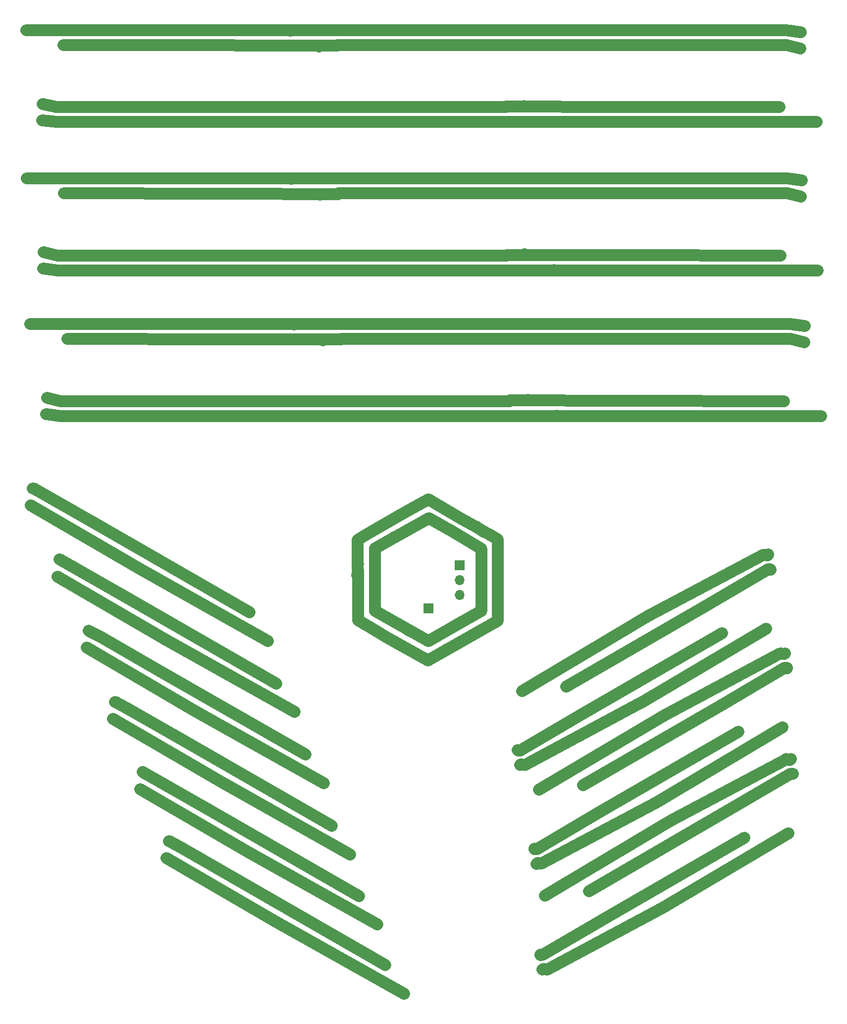
<source format=gbr>
G04 #@! TF.FileFunction,Copper,L2,Bot,Signal*
%FSLAX46Y46*%
G04 Gerber Fmt 4.6, Leading zero omitted, Abs format (unit mm)*
G04 Created by KiCad (PCBNEW 4.0.7) date 10/22/17 14:17:41*
%MOMM*%
%LPD*%
G01*
G04 APERTURE LIST*
%ADD10C,0.100000*%
%ADD11R,1.700000X1.700000*%
%ADD12O,1.700000X1.700000*%
%ADD13C,0.600000*%
%ADD14C,2.000000*%
%ADD15C,0.250000*%
%ADD16C,1.000000*%
%ADD17C,0.500000*%
G04 APERTURE END LIST*
D10*
D11*
X95275400Y-117856000D03*
D12*
X95275400Y-120396000D03*
X95275400Y-122936000D03*
D11*
X89941400Y-125158500D03*
D13*
X93190271Y-132161707D03*
X93179900Y-132143500D03*
X150495000Y-145503900D03*
X108531565Y-168715871D03*
X128651000Y-158330900D03*
X130606800Y-143370300D03*
X150726235Y-132985329D03*
X108762800Y-156197300D03*
X109778800Y-174282100D03*
X151742235Y-151070129D03*
X131622800Y-161455100D03*
X129667000Y-176415700D03*
X109547565Y-186800671D03*
X151511000Y-163588700D03*
X147650200Y-128638300D03*
X105686765Y-151850271D03*
X125806200Y-141465300D03*
X45173900Y-167881300D03*
X63779400Y-178739800D03*
X85750400Y-191058800D03*
X81229200Y-179247800D03*
X59258200Y-166928800D03*
X40652700Y-156070300D03*
X35979100Y-144081500D03*
X54584600Y-154940000D03*
X76555600Y-167259000D03*
X72059800Y-155092400D03*
X50088800Y-142773400D03*
X31483300Y-131914900D03*
X26504900Y-119748300D03*
X45110400Y-130606800D03*
X67081400Y-142925800D03*
X153682700Y-52057300D03*
X106946700Y-51485800D03*
X66433700Y-51803300D03*
X73990200Y-51739800D03*
X135585200Y-51739800D03*
X76276200Y-51739800D03*
X21285200Y-51739800D03*
X46685200Y-51739800D03*
X131089400Y-67462400D03*
X156489400Y-67462400D03*
X101498400Y-67462400D03*
X42189400Y-67462400D03*
X103784400Y-67462400D03*
X111340900Y-67398900D03*
X70827900Y-67716400D03*
X24091900Y-67144900D03*
X154216100Y-76898500D03*
X107480100Y-76327000D03*
X66967100Y-76644500D03*
X74523600Y-76581000D03*
X136118600Y-76581000D03*
X76809600Y-76581000D03*
X21818600Y-76581000D03*
X47218600Y-76581000D03*
X131622800Y-92303600D03*
X157022800Y-92303600D03*
X102031800Y-92303600D03*
X42722800Y-92303600D03*
X104317800Y-92303600D03*
X111874300Y-92240100D03*
X71361300Y-92557600D03*
X24625300Y-91986100D03*
X23939500Y-41770300D03*
X70675500Y-42341800D03*
X111188500Y-42024300D03*
X103632000Y-42087800D03*
X42037000Y-42087800D03*
X101346000Y-42087800D03*
X156337000Y-42087800D03*
X130937000Y-42087800D03*
X62509400Y-130759200D03*
X40538400Y-118440200D03*
X21932900Y-107581700D03*
X46532800Y-26365200D03*
X21132800Y-26365200D03*
X76123800Y-26365200D03*
X135432800Y-26365200D03*
X73837800Y-26365200D03*
X66281300Y-26428700D03*
X106794300Y-26111200D03*
X153530300Y-26682700D03*
X79209900Y-112839500D03*
X99212400Y-112077500D03*
X77876400Y-117602000D03*
X86575900Y-108458000D03*
X98132900Y-111252000D03*
X81178400Y-129159000D03*
X100672900Y-112776000D03*
X127762000Y-126504700D03*
X147881435Y-116119729D03*
X105918000Y-139331700D03*
X119062500Y-160108900D03*
X142938500Y-146265900D03*
X108435473Y-166319005D03*
X150822327Y-135382195D03*
X116319300Y-155435300D03*
X140195300Y-141592300D03*
X141211300Y-159677100D03*
X117335300Y-173520100D03*
X151838327Y-153466995D03*
X109451473Y-184403805D03*
X143954500Y-164350700D03*
X120078500Y-178193700D03*
X116217700Y-143243300D03*
X140093700Y-129400300D03*
X105590673Y-149453405D03*
X45554900Y-164960300D03*
X57492900Y-171627800D03*
X82575400Y-186169300D03*
X78054200Y-174358300D03*
X52971700Y-159816800D03*
X41033700Y-153149300D03*
X36360100Y-141160500D03*
X48298100Y-147828000D03*
X73380600Y-162369500D03*
X68884800Y-150202900D03*
X43802300Y-135661400D03*
X31864300Y-128993900D03*
X26885900Y-116827300D03*
X38823900Y-123494800D03*
X63906400Y-138036300D03*
X153619200Y-54851300D03*
X115709700Y-54470300D03*
X87515700Y-54343300D03*
X58559700Y-54406800D03*
X74498200Y-54279800D03*
X71386580Y-54518174D03*
X145491200Y-54279800D03*
X27635200Y-54279800D03*
X150139400Y-64922400D03*
X32283400Y-64922400D03*
X106388020Y-64684026D03*
X103276400Y-64922400D03*
X119214900Y-64795400D03*
X90258900Y-64858900D03*
X62064900Y-64731900D03*
X24155400Y-64350900D03*
X154152600Y-79692500D03*
X116243100Y-79311500D03*
X88049100Y-79184500D03*
X59093100Y-79248000D03*
X75031600Y-79121000D03*
X71919980Y-79359374D03*
X146024600Y-79121000D03*
X28168600Y-79121000D03*
X150672800Y-89763600D03*
X32816800Y-89763600D03*
X106921420Y-89525226D03*
X103809800Y-89763600D03*
X119748300Y-89636600D03*
X90792300Y-89700100D03*
X62598300Y-89573100D03*
X24688800Y-89192100D03*
X24003000Y-38976300D03*
X61912500Y-39357300D03*
X90106500Y-39484300D03*
X119062500Y-39420800D03*
X103124000Y-39547800D03*
X106235620Y-39309426D03*
X32131000Y-39547800D03*
X149987000Y-39547800D03*
X59334400Y-125869700D03*
X34251900Y-111328200D03*
X22313900Y-104660700D03*
X27482800Y-28905200D03*
X145338800Y-28905200D03*
X71234180Y-29143574D03*
X74345800Y-28905200D03*
X58407300Y-29032200D03*
X87363300Y-28968700D03*
X115557300Y-29095700D03*
X153466800Y-29476700D03*
X80797400Y-121729500D03*
X84099400Y-113030000D03*
X93370400Y-111633000D03*
X95656400Y-127508000D03*
X99021900Y-120396000D03*
X98958400Y-121856500D03*
X98958400Y-118872000D03*
X86575900Y-128841500D03*
X147977527Y-118516595D03*
X113474500Y-138569700D03*
X137350500Y-124726700D03*
D14*
X93179900Y-132143500D02*
X93190271Y-132161707D01*
X129330204Y-158091284D02*
X150495000Y-145503900D01*
X128701889Y-158426332D02*
X129330204Y-158091284D01*
X109257809Y-168794855D02*
X128701889Y-158426332D01*
X109203526Y-168825406D02*
X109257809Y-168794855D01*
D15*
X129286000Y-158013400D02*
X129330204Y-158091284D01*
D14*
X108531326Y-168715845D02*
X108402871Y-168844300D01*
X108531565Y-168715871D02*
X108531326Y-168715845D01*
X109257809Y-168794855D02*
X108531565Y-168715871D01*
X108531565Y-168715871D02*
X109257809Y-168794855D01*
D16*
X128701889Y-158381789D02*
X128701889Y-158426332D01*
X128651000Y-158330900D02*
X128701889Y-158381789D01*
X130606800Y-143370300D02*
X130555911Y-143319411D01*
X130555911Y-143319411D02*
X130555911Y-143274868D01*
D14*
X150726235Y-132985329D02*
X149999991Y-132906345D01*
X149999991Y-132906345D02*
X150726235Y-132985329D01*
X150726235Y-132985329D02*
X150726474Y-132985355D01*
X150726474Y-132985355D02*
X150854929Y-132856900D01*
D15*
X129971800Y-143687800D02*
X129927596Y-143609916D01*
D14*
X150054274Y-132875794D02*
X149999991Y-132906345D01*
X149999991Y-132906345D02*
X130555911Y-143274868D01*
X130555911Y-143274868D02*
X129927596Y-143609916D01*
X129927596Y-143609916D02*
X108762800Y-156197300D01*
X130943596Y-161694716D02*
X109778800Y-174282100D01*
X131571911Y-161359668D02*
X130943596Y-161694716D01*
X151015991Y-150991145D02*
X131571911Y-161359668D01*
X151070274Y-150960594D02*
X151015991Y-150991145D01*
D15*
X130987800Y-161772600D02*
X130943596Y-161694716D01*
D14*
X151742474Y-151070155D02*
X151870929Y-150941700D01*
X151742235Y-151070129D02*
X151742474Y-151070155D01*
X151015991Y-150991145D02*
X151742235Y-151070129D01*
X151742235Y-151070129D02*
X151015991Y-150991145D01*
D16*
X131571911Y-161404211D02*
X131571911Y-161359668D01*
X131622800Y-161455100D02*
X131571911Y-161404211D01*
X129667000Y-176415700D02*
X129717889Y-176466589D01*
X129717889Y-176466589D02*
X129717889Y-176511132D01*
D14*
X109547565Y-186800671D02*
X110273809Y-186879655D01*
X110273809Y-186879655D02*
X109547565Y-186800671D01*
X109547565Y-186800671D02*
X109547326Y-186800645D01*
X109547326Y-186800645D02*
X109418871Y-186929100D01*
D15*
X130302000Y-176098200D02*
X130346204Y-176176084D01*
D14*
X110219526Y-186910206D02*
X110273809Y-186879655D01*
X110273809Y-186879655D02*
X129717889Y-176511132D01*
X129717889Y-176511132D02*
X130346204Y-176176084D01*
X130346204Y-176176084D02*
X151511000Y-163588700D01*
X126485404Y-141225684D02*
X147650200Y-128638300D01*
X125857089Y-141560732D02*
X126485404Y-141225684D01*
X106413009Y-151929255D02*
X125857089Y-141560732D01*
X106358726Y-151959806D02*
X106413009Y-151929255D01*
D15*
X126441200Y-141147800D02*
X126485404Y-141225684D01*
D14*
X105686526Y-151850245D02*
X105558071Y-151978700D01*
X105686765Y-151850271D02*
X105686526Y-151850245D01*
X106413009Y-151929255D02*
X105686765Y-151850271D01*
X105686765Y-151850271D02*
X106413009Y-151929255D01*
D16*
X125857089Y-141516189D02*
X125857089Y-141560732D01*
X125806200Y-141465300D02*
X125857089Y-141516189D01*
D14*
X63779400Y-178739800D02*
X45173900Y-167881300D01*
X63779400Y-178739800D02*
X85750400Y-191058800D01*
X59258200Y-166928800D02*
X81229200Y-179247800D01*
X59258200Y-166928800D02*
X40652700Y-156070300D01*
X54584600Y-154940000D02*
X35979100Y-144081500D01*
X54584600Y-154940000D02*
X76555600Y-167259000D01*
X50088800Y-142773400D02*
X72059800Y-155092400D01*
X50088800Y-142773400D02*
X31483300Y-131914900D01*
X45110400Y-130606800D02*
X26504900Y-119748300D01*
X45110400Y-130606800D02*
X67081400Y-142925800D01*
D16*
X106946700Y-51485800D02*
X106946700Y-51739800D01*
D14*
X66433700Y-51803300D02*
X66433700Y-51739800D01*
X66433700Y-51739800D02*
X66433700Y-51803300D01*
X138125200Y-51739800D02*
X135585200Y-51739800D01*
X138125200Y-51739800D02*
X151206200Y-51739800D01*
X151206200Y-51739800D02*
X153682700Y-52057300D01*
X153682700Y-52057300D02*
X153746200Y-52057300D01*
X153746200Y-52057300D02*
X153746200Y-52057300D01*
X135585200Y-51739800D02*
X110185200Y-51739800D01*
X69545200Y-51739800D02*
X66433700Y-51739800D01*
X66433700Y-51739800D02*
X46685200Y-51739800D01*
X73990200Y-51739800D02*
X69545200Y-51739800D01*
X22555200Y-51739800D02*
X21285200Y-51739800D01*
X46685200Y-51739800D02*
X22555200Y-51739800D01*
X110185200Y-51739800D02*
X106946700Y-51739800D01*
X106946700Y-51739800D02*
X76276200Y-51739800D01*
X76276200Y-51739800D02*
X73990200Y-51739800D01*
X101498400Y-67462400D02*
X103784400Y-67462400D01*
X70827900Y-67462400D02*
X101498400Y-67462400D01*
X67589400Y-67462400D02*
X70827900Y-67462400D01*
X131089400Y-67462400D02*
X155219400Y-67462400D01*
X155219400Y-67462400D02*
X156489400Y-67462400D01*
X103784400Y-67462400D02*
X108229400Y-67462400D01*
X111340900Y-67462400D02*
X131089400Y-67462400D01*
X108229400Y-67462400D02*
X111340900Y-67462400D01*
X42189400Y-67462400D02*
X67589400Y-67462400D01*
X24028400Y-67144900D02*
X24028400Y-67144900D01*
X24091900Y-67144900D02*
X24028400Y-67144900D01*
X26568400Y-67462400D02*
X24091900Y-67144900D01*
X39649400Y-67462400D02*
X26568400Y-67462400D01*
X39649400Y-67462400D02*
X42189400Y-67462400D01*
X111340900Y-67462400D02*
X111340900Y-67398900D01*
X111340900Y-67398900D02*
X111340900Y-67462400D01*
D16*
X70827900Y-67716400D02*
X70827900Y-67462400D01*
X107480100Y-76327000D02*
X107480100Y-76581000D01*
D14*
X66967100Y-76644500D02*
X66967100Y-76581000D01*
X66967100Y-76581000D02*
X66967100Y-76644500D01*
X138658600Y-76581000D02*
X136118600Y-76581000D01*
X138658600Y-76581000D02*
X151739600Y-76581000D01*
X151739600Y-76581000D02*
X154216100Y-76898500D01*
X154216100Y-76898500D02*
X154279600Y-76898500D01*
X154279600Y-76898500D02*
X154279600Y-76898500D01*
X136118600Y-76581000D02*
X110718600Y-76581000D01*
X70078600Y-76581000D02*
X66967100Y-76581000D01*
X66967100Y-76581000D02*
X47218600Y-76581000D01*
X74523600Y-76581000D02*
X70078600Y-76581000D01*
X23088600Y-76581000D02*
X21818600Y-76581000D01*
X47218600Y-76581000D02*
X23088600Y-76581000D01*
X110718600Y-76581000D02*
X107480100Y-76581000D01*
X107480100Y-76581000D02*
X76809600Y-76581000D01*
X76809600Y-76581000D02*
X74523600Y-76581000D01*
X102031800Y-92303600D02*
X104317800Y-92303600D01*
X71361300Y-92303600D02*
X102031800Y-92303600D01*
X68122800Y-92303600D02*
X71361300Y-92303600D01*
X131622800Y-92303600D02*
X155752800Y-92303600D01*
X155752800Y-92303600D02*
X157022800Y-92303600D01*
X104317800Y-92303600D02*
X108762800Y-92303600D01*
X111874300Y-92303600D02*
X131622800Y-92303600D01*
X108762800Y-92303600D02*
X111874300Y-92303600D01*
X42722800Y-92303600D02*
X68122800Y-92303600D01*
X24561800Y-91986100D02*
X24561800Y-91986100D01*
X24625300Y-91986100D02*
X24561800Y-91986100D01*
X27101800Y-92303600D02*
X24625300Y-91986100D01*
X40182800Y-92303600D02*
X27101800Y-92303600D01*
X40182800Y-92303600D02*
X42722800Y-92303600D01*
X111874300Y-92303600D02*
X111874300Y-92240100D01*
X111874300Y-92240100D02*
X111874300Y-92303600D01*
D16*
X71361300Y-92557600D02*
X71361300Y-92303600D01*
X70675500Y-42341800D02*
X70675500Y-42087800D01*
D14*
X111188500Y-42024300D02*
X111188500Y-42087800D01*
X111188500Y-42087800D02*
X111188500Y-42024300D01*
X39497000Y-42087800D02*
X42037000Y-42087800D01*
X39497000Y-42087800D02*
X26416000Y-42087800D01*
X26416000Y-42087800D02*
X23939500Y-41770300D01*
X23939500Y-41770300D02*
X23876000Y-41770300D01*
X23876000Y-41770300D02*
X23876000Y-41770300D01*
X42037000Y-42087800D02*
X67437000Y-42087800D01*
X108077000Y-42087800D02*
X111188500Y-42087800D01*
X111188500Y-42087800D02*
X130937000Y-42087800D01*
X103632000Y-42087800D02*
X108077000Y-42087800D01*
X155067000Y-42087800D02*
X156337000Y-42087800D01*
X130937000Y-42087800D02*
X155067000Y-42087800D01*
X67437000Y-42087800D02*
X70675500Y-42087800D01*
X70675500Y-42087800D02*
X101346000Y-42087800D01*
X101346000Y-42087800D02*
X103632000Y-42087800D01*
X40538400Y-118440200D02*
X62509400Y-130759200D01*
X40538400Y-118440200D02*
X21932900Y-107581700D01*
X76123800Y-26365200D02*
X73837800Y-26365200D01*
X106794300Y-26365200D02*
X76123800Y-26365200D01*
X110032800Y-26365200D02*
X106794300Y-26365200D01*
X46532800Y-26365200D02*
X22402800Y-26365200D01*
X22402800Y-26365200D02*
X21132800Y-26365200D01*
X73837800Y-26365200D02*
X69392800Y-26365200D01*
X66281300Y-26365200D02*
X46532800Y-26365200D01*
X69392800Y-26365200D02*
X66281300Y-26365200D01*
X135432800Y-26365200D02*
X110032800Y-26365200D01*
X153593800Y-26682700D02*
X153593800Y-26682700D01*
X153530300Y-26682700D02*
X153593800Y-26682700D01*
X151053800Y-26365200D02*
X153530300Y-26682700D01*
X137972800Y-26365200D02*
X151053800Y-26365200D01*
X137972800Y-26365200D02*
X135432800Y-26365200D01*
X66281300Y-26365200D02*
X66281300Y-26428700D01*
X66281300Y-26428700D02*
X66281300Y-26365200D01*
D16*
X106794300Y-26111200D02*
X106794300Y-26365200D01*
D14*
X97243900Y-110807500D02*
X95529400Y-109832913D01*
X98106353Y-111298619D02*
X97243900Y-110807500D01*
X99276492Y-111964948D02*
X98106353Y-111298619D01*
X100679726Y-112764012D02*
X99276492Y-111964948D01*
X101815900Y-113411000D02*
X100679726Y-112764012D01*
X101752400Y-127317500D02*
X101752400Y-121793000D01*
X94894400Y-131191000D02*
X101752400Y-127317500D01*
X89877900Y-134048500D02*
X94894400Y-131191000D01*
X82575400Y-130048000D02*
X89877900Y-134048500D01*
X81160876Y-129187816D02*
X82575400Y-130048000D01*
X77876400Y-127190500D02*
X81160876Y-129187816D01*
X77876400Y-119507000D02*
X77876400Y-127190500D01*
X79209900Y-112633125D02*
X77812900Y-113474500D01*
X85178900Y-109220000D02*
X79209900Y-112633125D01*
X86567237Y-108442531D02*
X85178900Y-109220000D01*
X89941400Y-106553000D02*
X86567237Y-108442531D01*
X95529400Y-109832913D02*
X89941400Y-106553000D01*
X77856343Y-117601585D02*
X77876400Y-119507000D01*
X77812900Y-113474500D02*
X77856343Y-117601585D01*
D17*
X79209900Y-112633125D02*
X79209900Y-112839500D01*
D14*
X101752400Y-121793000D02*
X101815900Y-113411000D01*
X99212400Y-112077500D02*
X99276492Y-111964948D01*
X77812900Y-119507000D02*
X77876400Y-119507000D01*
X77749400Y-119507000D02*
X77812900Y-119507000D01*
X77812900Y-118999000D02*
X77812900Y-119507000D01*
X77876400Y-117602000D02*
X77856343Y-117601543D01*
X77856343Y-117601543D02*
X77856343Y-117601585D01*
X77812900Y-117602000D02*
X77856343Y-117601543D01*
X86575900Y-108458000D02*
X86567237Y-108442531D01*
X98132900Y-111252000D02*
X98106353Y-111298619D01*
X81160876Y-129187817D02*
X81160876Y-129187816D01*
X81178400Y-129159000D02*
X81160876Y-129187817D01*
X100672900Y-112776000D02*
X100679726Y-112764012D01*
D16*
X127762000Y-126504700D02*
X127711111Y-126453811D01*
X127711111Y-126453811D02*
X127711111Y-126409268D01*
D14*
X147881435Y-116119729D02*
X147155191Y-116040745D01*
X147155191Y-116040745D02*
X147881435Y-116119729D01*
X147881435Y-116119729D02*
X147881674Y-116119755D01*
X147881674Y-116119755D02*
X148010129Y-115991300D01*
D15*
X127127000Y-126822200D02*
X127082796Y-126744316D01*
D14*
X147209474Y-116010194D02*
X147155191Y-116040745D01*
X147155191Y-116040745D02*
X127711111Y-126409268D01*
X127711111Y-126409268D02*
X127082796Y-126744316D01*
X127082796Y-126744316D02*
X105918000Y-139331700D01*
X142938500Y-146265900D02*
X119062500Y-160108900D01*
X108064105Y-166331900D02*
X108013500Y-166281295D01*
X108140500Y-166331900D02*
X108064105Y-166331900D01*
X119062500Y-160108900D02*
X108435473Y-166319005D01*
X108435473Y-166319005D02*
X108140500Y-166331900D01*
X108140500Y-166331900D02*
X108435473Y-166319005D01*
X151117300Y-135369300D02*
X150822327Y-135382195D01*
X150822327Y-135382195D02*
X151117300Y-135369300D01*
X140195300Y-141592300D02*
X150822327Y-135382195D01*
X151117300Y-135369300D02*
X151193695Y-135369300D01*
X151193695Y-135369300D02*
X151244300Y-135419905D01*
X116319300Y-155435300D02*
X140195300Y-141592300D01*
X117335300Y-173520100D02*
X141211300Y-159677100D01*
X152209695Y-153454100D02*
X152260300Y-153504705D01*
X152133300Y-153454100D02*
X152209695Y-153454100D01*
X141211300Y-159677100D02*
X151838327Y-153466995D01*
X151838327Y-153466995D02*
X152133300Y-153454100D01*
X152133300Y-153454100D02*
X151838327Y-153466995D01*
X109156500Y-184416700D02*
X109451473Y-184403805D01*
X109451473Y-184403805D02*
X109156500Y-184416700D01*
X120078500Y-178193700D02*
X109451473Y-184403805D01*
X109156500Y-184416700D02*
X109080105Y-184416700D01*
X109080105Y-184416700D02*
X109029500Y-184366095D01*
X143954500Y-164350700D02*
X120078500Y-178193700D01*
X140093700Y-129400300D02*
X116217700Y-143243300D01*
X105219305Y-149466300D02*
X105168700Y-149415695D01*
X105295700Y-149466300D02*
X105219305Y-149466300D01*
X116217700Y-143243300D02*
X105590673Y-149453405D01*
X105590673Y-149453405D02*
X105295700Y-149466300D01*
X105295700Y-149466300D02*
X105590673Y-149453405D01*
X45647967Y-165016497D02*
X45554900Y-164960300D01*
D15*
X57492900Y-171627800D02*
X57436871Y-171721182D01*
X57436871Y-171721182D02*
X57492900Y-171627800D01*
X57492900Y-171627800D02*
X57281233Y-171627800D01*
D14*
X45554900Y-164960300D02*
X45647967Y-165016497D01*
X45647967Y-165016497D02*
X47650400Y-166103300D01*
X47650400Y-166103300D02*
X57281233Y-171627800D01*
X57281233Y-171627800D02*
X82575400Y-186169300D01*
D15*
X45554900Y-164960300D02*
X45554900Y-164960300D01*
X41033700Y-153149300D02*
X41033700Y-153149300D01*
D14*
X52760033Y-159816800D02*
X78054200Y-174358300D01*
X43129200Y-154292300D02*
X52760033Y-159816800D01*
X41126767Y-153205497D02*
X43129200Y-154292300D01*
X41033700Y-153149300D02*
X41126767Y-153205497D01*
D15*
X52971700Y-159816800D02*
X52760033Y-159816800D01*
X52915671Y-159910182D02*
X52971700Y-159816800D01*
X52971700Y-159816800D02*
X52915671Y-159910182D01*
D14*
X41126767Y-153205497D02*
X41033700Y-153149300D01*
X36453167Y-141216697D02*
X36360100Y-141160500D01*
D15*
X48298100Y-147828000D02*
X48242071Y-147921382D01*
X48242071Y-147921382D02*
X48298100Y-147828000D01*
X48298100Y-147828000D02*
X48086433Y-147828000D01*
D14*
X36360100Y-141160500D02*
X36453167Y-141216697D01*
X36453167Y-141216697D02*
X38455600Y-142303500D01*
X38455600Y-142303500D02*
X48086433Y-147828000D01*
X48086433Y-147828000D02*
X73380600Y-162369500D01*
D15*
X36360100Y-141160500D02*
X36360100Y-141160500D01*
X31864300Y-128993900D02*
X31864300Y-128993900D01*
D14*
X43590633Y-135661400D02*
X68884800Y-150202900D01*
X33959800Y-130136900D02*
X43590633Y-135661400D01*
X31957367Y-129050097D02*
X33959800Y-130136900D01*
X31864300Y-128993900D02*
X31957367Y-129050097D01*
D15*
X43802300Y-135661400D02*
X43590633Y-135661400D01*
X43746271Y-135754782D02*
X43802300Y-135661400D01*
X43802300Y-135661400D02*
X43746271Y-135754782D01*
D14*
X31957367Y-129050097D02*
X31864300Y-128993900D01*
X26978967Y-116883497D02*
X26885900Y-116827300D01*
D15*
X38823900Y-123494800D02*
X38767871Y-123588182D01*
X38767871Y-123588182D02*
X38823900Y-123494800D01*
X38823900Y-123494800D02*
X38612233Y-123494800D01*
D14*
X26885900Y-116827300D02*
X26978967Y-116883497D01*
X26978967Y-116883497D02*
X28981400Y-117970300D01*
X28981400Y-117970300D02*
X38612233Y-123494800D01*
X38612233Y-123494800D02*
X63906400Y-138036300D01*
D15*
X26885900Y-116827300D02*
X26885900Y-116827300D01*
D14*
X151269700Y-54279800D02*
X153619200Y-54851300D01*
D16*
X115709700Y-54470300D02*
X115709700Y-54279800D01*
X87515700Y-54343300D02*
X87515700Y-54279800D01*
X86055200Y-54470300D02*
X86055200Y-54279800D01*
D14*
X117805200Y-54279800D02*
X115709700Y-54279800D01*
X115709700Y-54279800D02*
X87515700Y-54279800D01*
X87515700Y-54279800D02*
X86055200Y-54279800D01*
X86055200Y-54279800D02*
X74498200Y-54279800D01*
D16*
X58559700Y-54406800D02*
X58559830Y-54347174D01*
D14*
X74498200Y-54279800D02*
X74497978Y-54381898D01*
X71387046Y-54375120D02*
X71386580Y-54518174D01*
D16*
X55257700Y-54406800D02*
X55257846Y-54339980D01*
D14*
X151269700Y-54279800D02*
X145491200Y-54279800D01*
X145491200Y-54279800D02*
X145745200Y-54279800D01*
X144475200Y-54279800D02*
X145745200Y-54279800D01*
X27635200Y-54279800D02*
X55257846Y-54339980D01*
X55257846Y-54339980D02*
X58559830Y-54347174D01*
X58559830Y-54347174D02*
X71387046Y-54375120D01*
X71387046Y-54375120D02*
X74497978Y-54381898D01*
X117805200Y-54279800D02*
X144475200Y-54279800D01*
X59969400Y-64922400D02*
X33299400Y-64922400D01*
X106387554Y-64827080D02*
X103276622Y-64820302D01*
X119214770Y-64855026D02*
X106387554Y-64827080D01*
X122516754Y-64862220D02*
X119214770Y-64855026D01*
X150139400Y-64922400D02*
X122516754Y-64862220D01*
X33299400Y-64922400D02*
X32029400Y-64922400D01*
X32283400Y-64922400D02*
X32029400Y-64922400D01*
X26504900Y-64922400D02*
X32283400Y-64922400D01*
D16*
X122516900Y-64795400D02*
X122516754Y-64862220D01*
D14*
X106387554Y-64827080D02*
X106388020Y-64684026D01*
X103276400Y-64922400D02*
X103276622Y-64820302D01*
D16*
X119214900Y-64795400D02*
X119214770Y-64855026D01*
D14*
X91719400Y-64922400D02*
X103276400Y-64922400D01*
X90258900Y-64922400D02*
X91719400Y-64922400D01*
X62064900Y-64922400D02*
X90258900Y-64922400D01*
X59969400Y-64922400D02*
X62064900Y-64922400D01*
D16*
X91719400Y-64731900D02*
X91719400Y-64922400D01*
X90258900Y-64858900D02*
X90258900Y-64922400D01*
X62064900Y-64731900D02*
X62064900Y-64922400D01*
D14*
X26504900Y-64922400D02*
X24155400Y-64350900D01*
X151803100Y-79121000D02*
X154152600Y-79692500D01*
D16*
X116243100Y-79311500D02*
X116243100Y-79121000D01*
X88049100Y-79184500D02*
X88049100Y-79121000D01*
X86588600Y-79311500D02*
X86588600Y-79121000D01*
D14*
X118338600Y-79121000D02*
X116243100Y-79121000D01*
X116243100Y-79121000D02*
X88049100Y-79121000D01*
X88049100Y-79121000D02*
X86588600Y-79121000D01*
X86588600Y-79121000D02*
X75031600Y-79121000D01*
D16*
X59093100Y-79248000D02*
X59093230Y-79188374D01*
D14*
X75031600Y-79121000D02*
X75031378Y-79223098D01*
X71920446Y-79216320D02*
X71919980Y-79359374D01*
D16*
X55791100Y-79248000D02*
X55791246Y-79181180D01*
D14*
X151803100Y-79121000D02*
X146024600Y-79121000D01*
X146024600Y-79121000D02*
X146278600Y-79121000D01*
X145008600Y-79121000D02*
X146278600Y-79121000D01*
X28168600Y-79121000D02*
X55791246Y-79181180D01*
X55791246Y-79181180D02*
X59093230Y-79188374D01*
X59093230Y-79188374D02*
X71920446Y-79216320D01*
X71920446Y-79216320D02*
X75031378Y-79223098D01*
X118338600Y-79121000D02*
X145008600Y-79121000D01*
X60502800Y-89763600D02*
X33832800Y-89763600D01*
X106920954Y-89668280D02*
X103810022Y-89661502D01*
X119748170Y-89696226D02*
X106920954Y-89668280D01*
X123050154Y-89703420D02*
X119748170Y-89696226D01*
X150672800Y-89763600D02*
X123050154Y-89703420D01*
X33832800Y-89763600D02*
X32562800Y-89763600D01*
X32816800Y-89763600D02*
X32562800Y-89763600D01*
X27038300Y-89763600D02*
X32816800Y-89763600D01*
D16*
X123050300Y-89636600D02*
X123050154Y-89703420D01*
D14*
X106920954Y-89668280D02*
X106921420Y-89525226D01*
X103809800Y-89763600D02*
X103810022Y-89661502D01*
D16*
X119748300Y-89636600D02*
X119748170Y-89696226D01*
D14*
X92252800Y-89763600D02*
X103809800Y-89763600D01*
X90792300Y-89763600D02*
X92252800Y-89763600D01*
X62598300Y-89763600D02*
X90792300Y-89763600D01*
X60502800Y-89763600D02*
X62598300Y-89763600D01*
D16*
X92252800Y-89573100D02*
X92252800Y-89763600D01*
X90792300Y-89700100D02*
X90792300Y-89763600D01*
X62598300Y-89573100D02*
X62598300Y-89763600D01*
D14*
X27038300Y-89763600D02*
X24688800Y-89192100D01*
X26352500Y-39547800D02*
X24003000Y-38976300D01*
D16*
X61912500Y-39357300D02*
X61912500Y-39547800D01*
X90106500Y-39484300D02*
X90106500Y-39547800D01*
X91567000Y-39357300D02*
X91567000Y-39547800D01*
D14*
X59817000Y-39547800D02*
X61912500Y-39547800D01*
X61912500Y-39547800D02*
X90106500Y-39547800D01*
X90106500Y-39547800D02*
X91567000Y-39547800D01*
X91567000Y-39547800D02*
X103124000Y-39547800D01*
D16*
X119062500Y-39420800D02*
X119062370Y-39480426D01*
D14*
X103124000Y-39547800D02*
X103124222Y-39445702D01*
X106235154Y-39452480D02*
X106235620Y-39309426D01*
D16*
X122364500Y-39420800D02*
X122364354Y-39487620D01*
D14*
X26352500Y-39547800D02*
X32131000Y-39547800D01*
X32131000Y-39547800D02*
X31877000Y-39547800D01*
X33147000Y-39547800D02*
X31877000Y-39547800D01*
X149987000Y-39547800D02*
X122364354Y-39487620D01*
X122364354Y-39487620D02*
X119062370Y-39480426D01*
X119062370Y-39480426D02*
X106235154Y-39452480D01*
X106235154Y-39452480D02*
X103124222Y-39445702D01*
X59817000Y-39547800D02*
X33147000Y-39547800D01*
D15*
X22313900Y-104660700D02*
X22313900Y-104660700D01*
D14*
X34040233Y-111328200D02*
X59334400Y-125869700D01*
X24409400Y-105803700D02*
X34040233Y-111328200D01*
X22406967Y-104716897D02*
X24409400Y-105803700D01*
X22313900Y-104660700D02*
X22406967Y-104716897D01*
D15*
X34251900Y-111328200D02*
X34040233Y-111328200D01*
X34195871Y-111421582D02*
X34251900Y-111328200D01*
X34251900Y-111328200D02*
X34195871Y-111421582D01*
D14*
X22406967Y-104716897D02*
X22313900Y-104660700D01*
X117652800Y-28905200D02*
X144322800Y-28905200D01*
X71234646Y-29000520D02*
X74345578Y-29007298D01*
X58407430Y-28972574D02*
X71234646Y-29000520D01*
X55105446Y-28965380D02*
X58407430Y-28972574D01*
X27482800Y-28905200D02*
X55105446Y-28965380D01*
X144322800Y-28905200D02*
X145592800Y-28905200D01*
X145338800Y-28905200D02*
X145592800Y-28905200D01*
X151117300Y-28905200D02*
X145338800Y-28905200D01*
D16*
X55105300Y-29032200D02*
X55105446Y-28965380D01*
D14*
X71234646Y-29000520D02*
X71234180Y-29143574D01*
X74345800Y-28905200D02*
X74345578Y-29007298D01*
D16*
X58407300Y-29032200D02*
X58407430Y-28972574D01*
D14*
X85902800Y-28905200D02*
X74345800Y-28905200D01*
X87363300Y-28905200D02*
X85902800Y-28905200D01*
X115557300Y-28905200D02*
X87363300Y-28905200D01*
X117652800Y-28905200D02*
X115557300Y-28905200D01*
D16*
X85902800Y-29095700D02*
X85902800Y-28905200D01*
X87363300Y-28968700D02*
X87363300Y-28905200D01*
X115557300Y-29095700D02*
X115557300Y-28905200D01*
D14*
X151117300Y-28905200D02*
X153466800Y-29476700D01*
X93626912Y-111832374D02*
X98958400Y-114998500D01*
X93497400Y-111760000D02*
X93626912Y-111832374D01*
X93346183Y-111677259D02*
X93497400Y-111760000D01*
X90004900Y-109791500D02*
X93346183Y-111677259D01*
X98958400Y-121856500D02*
X98958400Y-125603000D01*
X98958400Y-120396000D02*
X98958400Y-121856500D01*
X98958400Y-118872000D02*
X98958400Y-120396000D01*
X98958400Y-114998500D02*
X98958400Y-118872000D01*
X95656400Y-127508000D02*
X89941400Y-130810000D01*
X98958400Y-125603000D02*
X95656400Y-127508000D01*
X87216249Y-129271090D02*
X80797400Y-125603000D01*
X89941400Y-130810000D02*
X87216249Y-129271090D01*
X80797400Y-121221500D02*
X80797400Y-114935000D01*
X80797400Y-125603000D02*
X80797400Y-121221500D01*
X84260782Y-112981244D02*
X90004900Y-109791500D01*
X80797400Y-114935000D02*
X84260782Y-112981244D01*
X87208434Y-129284767D02*
X87216249Y-129271090D01*
X86525100Y-128943100D02*
X87208434Y-129284767D01*
X86446434Y-128903767D02*
X86525100Y-128943100D01*
X80797400Y-121602500D02*
X80797400Y-121221500D01*
X80797400Y-121729500D02*
X80797400Y-121602500D01*
X84099400Y-113030000D02*
X83879782Y-113171744D01*
X93370400Y-111633000D02*
X93346183Y-111677259D01*
X99021900Y-120396000D02*
X98958400Y-120396000D01*
X86575900Y-128841500D02*
X86525100Y-128943100D01*
X148272500Y-118503700D02*
X147977527Y-118516595D01*
X147977527Y-118516595D02*
X148272500Y-118503700D01*
X137350500Y-124726700D02*
X147977527Y-118516595D01*
X148272500Y-118503700D02*
X148348895Y-118503700D01*
X148348895Y-118503700D02*
X148399500Y-118554305D01*
X113474500Y-138569700D02*
X137350500Y-124726700D01*
M02*

</source>
